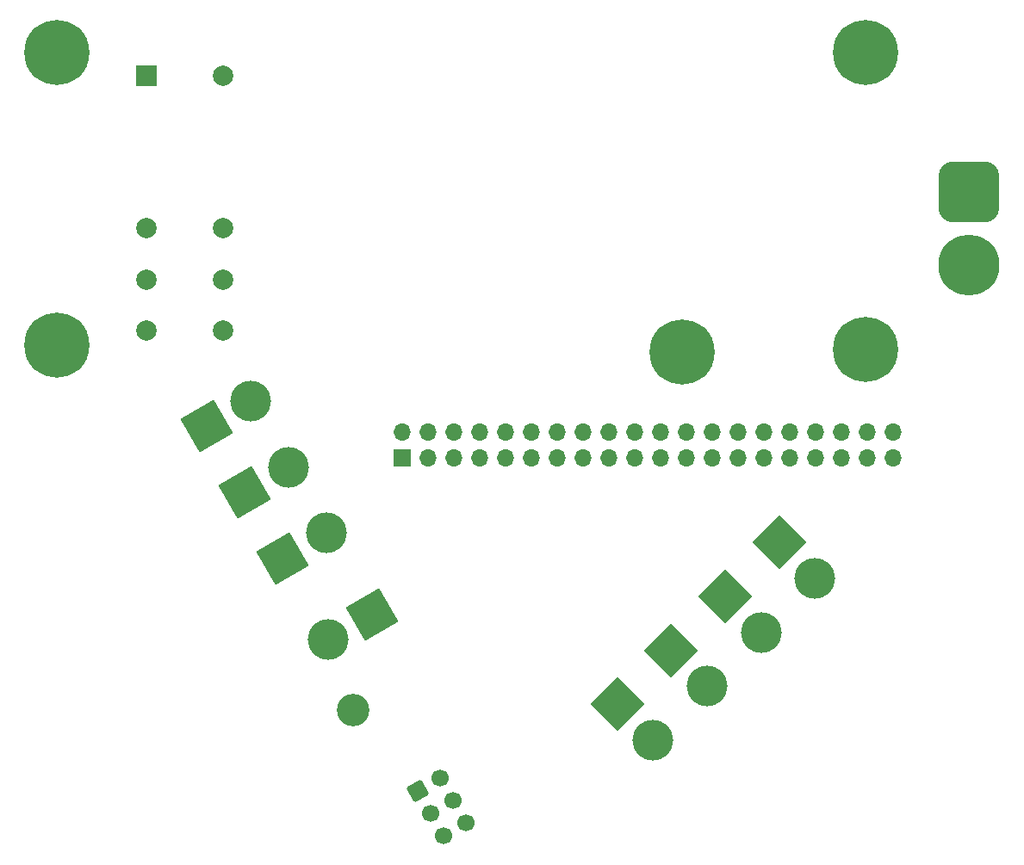
<source format=gbr>
%TF.GenerationSoftware,KiCad,Pcbnew,8.0.0*%
%TF.CreationDate,2024-03-25T03:27:09+00:00*%
%TF.ProjectId,main_PCB_v2,6d61696e-5f50-4434-925f-76322e6b6963,rev?*%
%TF.SameCoordinates,Original*%
%TF.FileFunction,Soldermask,Bot*%
%TF.FilePolarity,Negative*%
%FSLAX46Y46*%
G04 Gerber Fmt 4.6, Leading zero omitted, Abs format (unit mm)*
G04 Created by KiCad (PCBNEW 8.0.0) date 2024-03-25 03:27:09*
%MOMM*%
%LPD*%
G01*
G04 APERTURE LIST*
G04 Aperture macros list*
%AMRoundRect*
0 Rectangle with rounded corners*
0 $1 Rounding radius*
0 $2 $3 $4 $5 $6 $7 $8 $9 X,Y pos of 4 corners*
0 Add a 4 corners polygon primitive as box body*
4,1,4,$2,$3,$4,$5,$6,$7,$8,$9,$2,$3,0*
0 Add four circle primitives for the rounded corners*
1,1,$1+$1,$2,$3*
1,1,$1+$1,$4,$5*
1,1,$1+$1,$6,$7*
1,1,$1+$1,$8,$9*
0 Add four rect primitives between the rounded corners*
20,1,$1+$1,$2,$3,$4,$5,0*
20,1,$1+$1,$4,$5,$6,$7,0*
20,1,$1+$1,$6,$7,$8,$9,0*
20,1,$1+$1,$8,$9,$2,$3,0*%
%AMRotRect*
0 Rectangle, with rotation*
0 The origin of the aperture is its center*
0 $1 length*
0 $2 width*
0 $3 Rotation angle, in degrees counterclockwise*
0 Add horizontal line*
21,1,$1,$2,0,0,$3*%
G04 Aperture macros list end*
%ADD10RotRect,3.800000X3.800000X315.000000*%
%ADD11C,4.000000*%
%ADD12RotRect,3.800000X3.800000X30.000000*%
%ADD13C,3.200000*%
%ADD14C,0.800000*%
%ADD15C,6.400000*%
%ADD16RotRect,3.800000X3.800000X210.000000*%
%ADD17C,2.000000*%
%ADD18R,2.000000X2.000000*%
%ADD19RoundRect,0.250000X-0.219615X-0.819615X0.819615X-0.219615X0.219615X0.819615X-0.819615X0.219615X0*%
%ADD20C,1.700000*%
%ADD21R,1.700000X1.700000*%
%ADD22O,1.700000X1.700000*%
%ADD23RoundRect,1.500000X-1.500000X1.500000X-1.500000X-1.500000X1.500000X-1.500000X1.500000X1.500000X0*%
%ADD24C,6.000000*%
G04 APERTURE END LIST*
D10*
%TO.C,J106*%
X171161165Y-118767767D03*
D11*
X174696699Y-122303301D03*
%TD*%
D12*
%TO.C,J103*%
X130759937Y-91425000D03*
D11*
X135090064Y-88925000D03*
%TD*%
D12*
%TO.C,J107*%
X138259937Y-104415382D03*
D11*
X142590064Y-101915382D03*
%TD*%
D10*
%TO.C,J102*%
X187071068Y-102857864D03*
D11*
X190606602Y-106393398D03*
%TD*%
D13*
%TO.C,OL102*%
X145160000Y-119355000D03*
D14*
X113675000Y-54670000D03*
X113675000Y-83475000D03*
X114377944Y-52972944D03*
X114377944Y-56367056D03*
X114377944Y-81777944D03*
X114377944Y-85172056D03*
X116075000Y-52270000D03*
X116075000Y-57070000D03*
X116075000Y-81075000D03*
X116075000Y-85875000D03*
X117772056Y-52972944D03*
X117772056Y-56367056D03*
X117772056Y-81777944D03*
X117772056Y-85172056D03*
X118475000Y-54670000D03*
X118475000Y-83475000D03*
X175132682Y-84154465D03*
X175835626Y-82457409D03*
X175835626Y-85851521D03*
X177532682Y-81754465D03*
X177532682Y-86554465D03*
X179229738Y-82457409D03*
X179229738Y-85851521D03*
X179932682Y-84154465D03*
X193126738Y-54667148D03*
X193130000Y-83850000D03*
X193829682Y-52970092D03*
X193829682Y-56364204D03*
X193832944Y-82152944D03*
X193832944Y-85547056D03*
X195526738Y-52267148D03*
X195526738Y-57067148D03*
X195530000Y-81450000D03*
X195530000Y-86250000D03*
X197223794Y-52970092D03*
X197223794Y-56364204D03*
X197227056Y-82152944D03*
X197227056Y-85547056D03*
X197926738Y-54667148D03*
X197930000Y-83850000D03*
D15*
X116075000Y-54670000D03*
X116075000Y-83475000D03*
X195526738Y-54667148D03*
X177532682Y-84154465D03*
X195530000Y-83850000D03*
%TD*%
D16*
%TO.C,J108*%
X147090064Y-109925000D03*
D11*
X142759937Y-112425000D03*
%TD*%
D17*
%TO.C,K101*%
X124912500Y-76962500D03*
X132412500Y-76962500D03*
X124912500Y-71962500D03*
X132412500Y-71962500D03*
X124912500Y-81962500D03*
X132412500Y-81962500D03*
D18*
X124912500Y-56962500D03*
D17*
X132412500Y-56962500D03*
%TD*%
D19*
%TO.C,J111*%
X151530296Y-127300296D03*
D20*
X153730001Y-126030296D03*
X152800296Y-129500001D03*
X155000000Y-128230001D03*
X154070296Y-131699705D03*
X156270001Y-130429705D03*
%TD*%
D12*
%TO.C,J110*%
X134509937Y-97920191D03*
D11*
X138840064Y-95420191D03*
%TD*%
D10*
%TO.C,J105*%
X176464466Y-113464466D03*
D11*
X180000000Y-117000000D03*
%TD*%
D21*
%TO.C,J109*%
X150000000Y-94540000D03*
D22*
X150000000Y-92000000D03*
X152540000Y-94540000D03*
X152540000Y-92000000D03*
X155080000Y-94540000D03*
X155080000Y-92000000D03*
X157620000Y-94540000D03*
X157620000Y-92000000D03*
X160160000Y-94540000D03*
X160160000Y-92000000D03*
X162700000Y-94540000D03*
X162700000Y-92000000D03*
X165240000Y-94540000D03*
X165240000Y-92000000D03*
X167780000Y-94540000D03*
X167780000Y-92000000D03*
X170320000Y-94540000D03*
X170320000Y-92000000D03*
X172860000Y-94540000D03*
X172860000Y-92000000D03*
X175400000Y-94540000D03*
X175400000Y-92000000D03*
X177940000Y-94540000D03*
X177940000Y-92000000D03*
X180480000Y-94540000D03*
X180480000Y-92000000D03*
X183020000Y-94540000D03*
X183020000Y-92000000D03*
X185560000Y-94540000D03*
X185560000Y-92000000D03*
X188100000Y-94540000D03*
X188100000Y-92000000D03*
X190640000Y-94540000D03*
X190640000Y-92000000D03*
X193180000Y-94540000D03*
X193180000Y-92000000D03*
X195720000Y-94540000D03*
X195720000Y-92000000D03*
X198260000Y-94540000D03*
X198260000Y-92000000D03*
%TD*%
D10*
%TO.C,J104*%
X181767767Y-108161165D03*
D11*
X185303301Y-111696699D03*
%TD*%
D23*
%TO.C,J101*%
X205750000Y-68400000D03*
D24*
X205750000Y-75600000D03*
%TD*%
M02*

</source>
